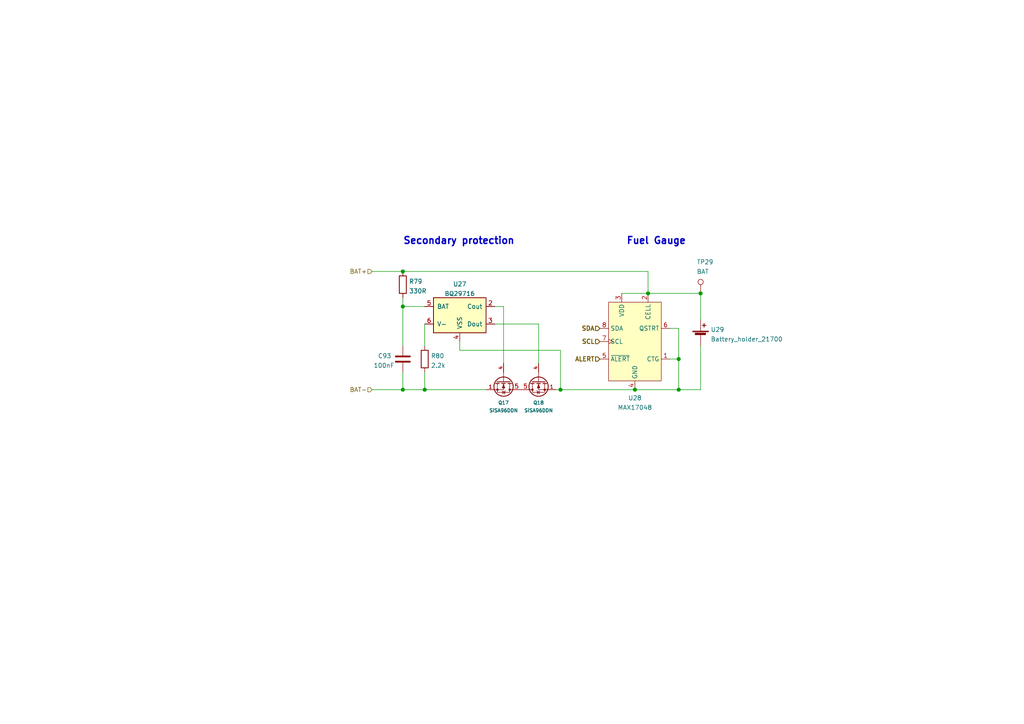
<source format=kicad_sch>
(kicad_sch (version 20210621) (generator eeschema)
  (paper "A4")
  (title_block (title "BUTCube - EPS") (date "2021-06-01") (rev "v1.0") (company "VUT - FIT(STRaDe) & FME(IAE & IPE)") (comment 1 "Author: Petr Malaník"))
  (lib_symbols
    (symbol "Battery_Management:BQ297xy" (pin_names (offset 1.016))
      (property "Reference" "U" (at -6.35 6.35 0))
      (property "Value" "BQ297xy" (at 5.08 -6.35 0))
      (symbol "BQ297xy_0_1"
        (rectangle (start -7.62 5.08) (end 7.62 -5.08) (stroke (width 0.254)) (fill (type background)))
      )
      (symbol "BQ297xy_1_1"
        (pin no_connect line (at 7.62 0 180) (length 2.54) hide (name "NC") (number "1"))
        (pin output line (at 10.16 2.54 180) (length 2.54) (name "Cout") (number "2"))
        (pin output line (at 10.16 -2.54 180) (length 2.54) (name "Dout") (number "3"))
        (pin power_in line (at 0 -7.62 90) (length 2.54) (name "VSS") (number "4"))
        (pin input line (at -10.16 2.54 0) (length 2.54) (name "BAT") (number "5"))
        (pin input line (at -10.16 -2.54 0) (length 2.54) (name "V-") (number "6"))
      )
    )
    (symbol "Connector:TestPoint" (pin_numbers hide) (pin_names (offset 0.762) hide)
      (property "Reference" "TP" (at 0 6.858 0))
      (property "Value" "TestPoint" (at 0 5.08 0))
      (symbol "TestPoint_0_1"
        (circle (center 0 3.302) (radius 0.762))
      )
      (symbol "TestPoint_1_1"
        (pin passive line (at 0 0 90) (length 2.54) (name "1") (number "1"))
      )
    )
    (symbol "Device:Battery_Cell" (pin_numbers hide) (pin_names (offset 0) hide)
      (property "Reference" "BT" (at 2.54 2.54 0))
      (property "Value" "Battery_Cell" (at 2.54 0 0))
      (symbol "Battery_Cell_0_1"
        (rectangle (start -2.286 1.778) (end 2.286 1.524) (fill (type outline)))
        (rectangle (start -1.5748 1.1938) (end 1.4732 0.6858) (fill (type outline)))
        (polyline (pts (xy 0 0.762) (xy 0 0)))
        (polyline (pts (xy 0 1.778) (xy 0 2.54)))
        (polyline (pts (xy 0.508 3.429) (xy 1.524 3.429)) (stroke (width 0.254)))
        (polyline (pts (xy 1.016 3.937) (xy 1.016 2.921)) (stroke (width 0.254)))
      )
      (symbol "Battery_Cell_1_1"
        (pin passive line (at 0 5.08 270) (length 2.54) (name "+") (number "1"))
        (pin passive line (at 0 -2.54 90) (length 2.54) (name "-") (number "2"))
      )
    )
    (symbol "Device:C" (pin_numbers hide) (pin_names (offset 0.254))
      (property "Reference" "C" (at 0.635 2.54 0))
      (property "Value" "C" (at 0.635 -2.54 0))
      (symbol "C_0_1"
        (polyline (pts (xy -2.032 -0.762) (xy 2.032 -0.762)) (stroke (width 0.508)))
        (polyline (pts (xy -2.032 0.762) (xy 2.032 0.762)) (stroke (width 0.508)))
      )
      (symbol "C_1_1"
        (pin passive line (at 0 3.81 270) (length 2.794) (name "~") (number "1"))
        (pin passive line (at 0 -3.81 90) (length 2.794) (name "~") (number "2"))
      )
    )
    (symbol "Device:R" (pin_numbers hide) (pin_names (offset 0))
      (property "Reference" "R" (at 2.032 0 90))
      (property "Value" "R" (at 0 0 90))
      (symbol "R_0_1"
        (rectangle (start -1.016 -2.54) (end 1.016 2.54) (stroke (width 0.254)))
      )
      (symbol "R_1_1"
        (pin passive line (at 0 3.81 270) (length 1.27) (name "~") (number "1"))
        (pin passive line (at 0 -3.81 90) (length 1.27) (name "~") (number "2"))
      )
    )
    (symbol "TCY_battery_management:MAX17048"
      (property "Reference" "U" (at 0 -16.51 0))
      (property "Value" "MAX17048" (at 0 -19.05 0))
      (symbol "MAX17048_0_1"
        (rectangle (start -7.62 11.43) (end 7.62 -11.43) (stroke (width 0.1524)) (fill (type background)))
      )
      (symbol "MAX17048_1_1"
        (pin passive line (at 10.16 -5.08 180) (length 2.54) (name "CTG") (number "1"))
        (pin input line (at 3.81 13.97 270) (length 2.54) (name "CELL") (number "2"))
        (pin input line (at -3.81 13.97 270) (length 2.54) (name "VDD") (number "3"))
        (pin passive line (at 0 -13.97 90) (length 2.54) (name "GND") (number "4"))
        (pin open_collector line (at -10.16 -5.08 0) (length 2.54) (name "~{ALERT}") (number "5"))
        (pin input line (at 10.16 3.81 180) (length 2.54) (name "QSTRT") (number "6"))
        (pin input clock (at -10.16 0 0) (length 2.54) (name "SCL") (number "7"))
        (pin bidirectional line (at -10.16 3.81 0) (length 2.54) (name "SDA") (number "8"))
        (pin passive line (at 0 -13.97 90) (length 2.54) hide (name "EP") (number "9"))
      )
    )
    (symbol "TCY_transistors:SiSA96DDN" (pin_names hide)
      (property "Reference" "Q" (at 7.62 1.27 0))
      (property "Value" "SiSA96DDN" (at 7.62 -1.27 0))
      (symbol "SiSA96DDN_0_1"
        (circle (center 1.651 0) (radius 2.794) (stroke (width 0.254)))
        (circle (center 2.54 -1.778) (radius 0.254) (fill (type outline)))
        (circle (center 2.54 1.778) (radius 0.254) (fill (type outline)))
        (polyline (pts (xy 0.254 0) (xy -2.54 0)))
        (polyline (pts (xy 0.254 1.905) (xy 0.254 -1.905)) (stroke (width 0.254)))
        (polyline (pts (xy 0.762 -1.27) (xy 0.762 -2.286)) (stroke (width 0.254)))
        (polyline (pts (xy 0.762 0.508) (xy 0.762 -0.508)) (stroke (width 0.254)))
        (polyline (pts (xy 0.762 2.286) (xy 0.762 1.27)) (stroke (width 0.254)))
        (polyline (pts (xy 2.54 2.54) (xy 2.54 1.778)))
        (polyline (pts (xy 2.54 2.54) (xy 2.54 1.778)))
        (polyline (pts (xy 2.54 -2.54) (xy 2.54 0) (xy 0.762 0)))
        (polyline (pts (xy 0.762 -1.778) (xy 3.302 -1.778) (xy 3.302 1.778) (xy 0.762 1.778)))
        (polyline (pts (xy 2.794 0.508) (xy 2.921 0.381) (xy 3.683 0.381) (xy 3.81 0.254)))
        (polyline (pts (xy 3.302 0.381) (xy 2.921 -0.254) (xy 3.683 -0.254) (xy 3.302 0.381)))
        (polyline (pts (xy 1.016 0) (xy 2.032 0.381) (xy 2.032 -0.381) (xy 1.016 0)) (fill (type outline)))
      )
      (symbol "SiSA96DDN_1_1"
        (pin passive line (at 2.54 -5.08 90) (length 2.54) (name "S") (number "1"))
        (pin passive line (at 2.54 -5.08 90) (length 2.54) hide (name "S") (number "2"))
        (pin passive line (at 2.54 -5.08 90) (length 2.54) hide (name "S") (number "3"))
        (pin passive line (at -5.08 0 0) (length 2.54) (name "G") (number "4"))
        (pin passive line (at 2.54 5.08 270) (length 2.54) (name "D") (number "5"))
        (pin passive line (at 2.54 5.08 270) (length 2.54) hide (name "D") (number "6"))
        (pin passive line (at 2.54 5.08 270) (length 2.54) hide (name "D") (number "7"))
        (pin passive line (at 2.54 5.08 270) (length 2.54) hide (name "D") (number "8"))
        (pin passive line (at 2.54 5.08 270) (length 2.54) hide (name "D") (number "9"))
      )
    )
  )
  (junction (at 116.84 78.74) (diameter 1.016))
  (junction (at 116.84 88.9) (diameter 1.016))
  (junction (at 116.84 113.03) (diameter 1.016))
  (junction (at 123.19 113.03) (diameter 1.016))
  (junction (at 162.56 113.03) (diameter 1.016))
  (junction (at 184.15 113.03) (diameter 1.016))
  (junction (at 187.96 85.09) (diameter 1.016))
  (junction (at 196.85 104.14) (diameter 1.016))
  (junction (at 196.85 113.03) (diameter 1.016))
  (junction (at 203.2 85.09) (diameter 1.016))
  (wire (pts (xy 107.95 78.74) (xy 116.84 78.74)))
  (wire (pts (xy 107.95 113.03) (xy 116.84 113.03)))
  (wire (pts (xy 116.84 78.74) (xy 187.96 78.74)))
  (wire (pts (xy 116.84 88.9) (xy 116.84 86.36)))
  (wire (pts (xy 116.84 88.9) (xy 116.84 100.33)))
  (wire (pts (xy 116.84 107.95) (xy 116.84 113.03)))
  (wire (pts (xy 116.84 113.03) (xy 123.19 113.03)))
  (wire (pts (xy 123.19 88.9) (xy 116.84 88.9)))
  (wire (pts (xy 123.19 93.98) (xy 123.19 100.33)))
  (wire (pts (xy 123.19 107.95) (xy 123.19 113.03)))
  (wire (pts (xy 123.19 113.03) (xy 140.97 113.03)))
  (wire (pts (xy 133.35 99.06) (xy 133.35 101.6)))
  (wire (pts (xy 133.35 101.6) (xy 162.56 101.6)))
  (wire (pts (xy 146.05 88.9) (xy 143.51 88.9)))
  (wire (pts (xy 146.05 105.41) (xy 146.05 88.9)))
  (wire (pts (xy 156.21 93.98) (xy 143.51 93.98)))
  (wire (pts (xy 156.21 105.41) (xy 156.21 93.98)))
  (wire (pts (xy 161.29 113.03) (xy 162.56 113.03)))
  (wire (pts (xy 162.56 101.6) (xy 162.56 113.03)))
  (wire (pts (xy 162.56 113.03) (xy 184.15 113.03)))
  (wire (pts (xy 180.34 85.09) (xy 187.96 85.09)))
  (wire (pts (xy 184.15 113.03) (xy 196.85 113.03)))
  (wire (pts (xy 187.96 78.74) (xy 187.96 85.09)))
  (wire (pts (xy 194.31 95.25) (xy 196.85 95.25)))
  (wire (pts (xy 194.31 104.14) (xy 196.85 104.14)))
  (wire (pts (xy 196.85 95.25) (xy 196.85 104.14)))
  (wire (pts (xy 196.85 104.14) (xy 196.85 113.03)))
  (wire (pts (xy 196.85 113.03) (xy 203.2 113.03)))
  (wire (pts (xy 203.2 85.09) (xy 187.96 85.09)))
  (wire (pts (xy 203.2 92.71) (xy 203.2 85.09)))
  (wire (pts (xy 203.2 113.03) (xy 203.2 100.33)))
  (text "Secondary protection" (at 116.84 71.12 0) (effects (font (size 2 2) (thickness 0.4) bold) (justify left bottom)))
  (text "Fuel Gauge" (at 181.61 71.12 0) (effects (font (size 2 2) (thickness 0.4) bold) (justify left bottom)))
  (hierarchical_label "BAT+" (shape input) (at 107.95 78.74 180))
  (hierarchical_label "BAT-" (shape input) (at 107.95 113.03 180))
  (hierarchical_label "SDA" (shape input) (at 173.99 95.25 180) (effects (font (thickness 0.254))))
  (hierarchical_label "SCL" (shape input) (at 173.99 99.06 180) (effects (font (thickness 0.254))))
  (hierarchical_label "ALERT" (shape input) (at 173.99 104.14 180) (effects (font (thickness 0.254))))
  (symbol (lib_id "Connector:TestPoint") (at 203.2 85.09 0)
    (property "Reference" "TP29" (at 202.0571 75.99 0) (effects (justify left)))
    (property "Value" "BAT" (at 202.0571 78.7651 0) (effects (justify left)))
    (property "Footprint" "TCY_connectors:TestPoint_Pad_D0.5mm" (effects hide))
  )
  (symbol (lib_id "Device:R") (at 116.84 82.55 0)
    (property "Reference" "R79" (at 118.6181 81.6415 0) (effects (justify left)))
    (property "Value" "330R" (at 118.6181 84.4166 0) (effects (justify left)))
  )
  (symbol (lib_id "Device:R") (at 123.19 104.14 0)
    (property "Reference" "R80" (at 124.9681 103.2315 0) (effects (justify left)))
    (property "Value" "2.2k" (at 124.9681 106.0066 0) (effects (justify left)))
  )
  (symbol (lib_id "Device:C") (at 116.84 104.14 0)
    (property "Reference" "C93" (at 109.6011 103.2315 0) (effects (justify left)))
    (property "Value" "100nF" (at 108.3311 106.0066 0) (effects (justify left)))
  )
  (symbol (lib_id "Device:Battery_Cell") (at 203.2 97.79 0)
    (property "Reference" "U29" (at 206.1211 95.6115 0) (effects (justify left)))
    (property "Value" "Battery_holder_21700" (at 206.1211 98.3866 0) (effects (justify left)))
    (property "Footprint" "TCY_connectors:Keystone_1121" (effects hide))
  )
  (symbol (lib_id "TCY_transistors:SiSA96DDN") (at 146.05 110.49 270)
    (property "Reference" "Q17" (at 146.05 116.8166 90) (effects (font (size 1 1))))
    (property "Value" "SiSA96DDN" (at 146.05 119.0556 90) (effects (font (size 1 1))))
    (property "Footprint" "Package_SO:Vishay_PowerPAK_1212-8_Single" (effects hide))
    (property "Datasheet" "https://www.vishay.com/docs/75285/sisa96dn.pdf" (effects hide))
  )
  (symbol (lib_id "TCY_transistors:SiSA96DDN") (at 156.21 110.49 90) (mirror x)
    (property "Reference" "Q18" (at 156.21 116.8166 90) (effects (font (size 1 1))))
    (property "Value" "SiSA96DDN" (at 156.21 119.0556 90) (effects (font (size 1 1))))
    (property "Footprint" "Package_SO:Vishay_PowerPAK_1212-8_Single" (effects hide))
    (property "Datasheet" "https://www.vishay.com/docs/75285/sisa96dn.pdf" (effects hide))
  )
  (symbol (lib_id "Battery_Management:BQ297xy") (at 133.35 91.44 0)
    (property "Reference" "U27" (at 133.35 82.3934 0))
    (property "Value" "BQ29716" (at 133.35 85.1685 0))
    (property "Footprint" "Package_SON:WSON-6_1.5x1.5mm_P0.5mm" (effects hide))
    (property "Datasheet" "http://www.ti.com/lit/ds/symlink/bq2970.pdf" (effects hide))
  )
  (symbol (lib_id "TCY_battery_management:MAX17048") (at 184.15 99.06 0)
    (property "Reference" "U28" (at 184.15 115.4336 0))
    (property "Value" "MAX17048" (at 184.15 118.2087 0))
    (property "Footprint" "Package_DFN_QFN:DFN-8-1EP_2x2mm_P0.5mm_EP1.05x1.75mm" (effects hide))
    (property "Datasheet" "https://datasheets.maximintegrated.com/en/ds/MAX17048-MAX17049.pdf" (effects hide))
  )
)
</source>
